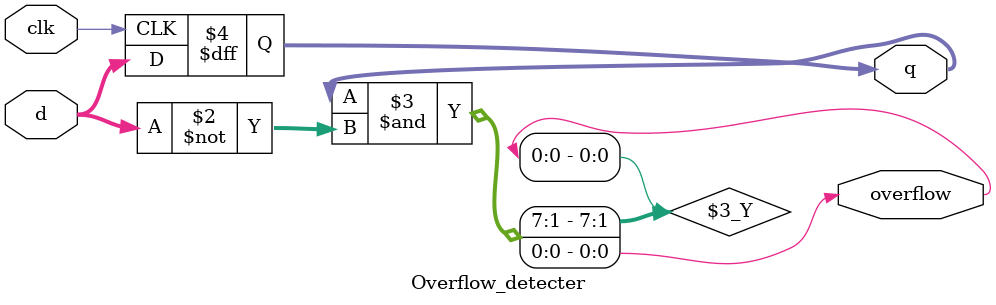
<source format=sv>
`timescale 1ns / 1ps

module Overflow_detecter(
input logic clk ,
input logic [7:0]d,
output logic [7:0]q,
output logic overflow
);



always_ff @(posedge clk)
begin 

q<=d;

end 

assign overflow=q&~d;


endmodule


</source>
